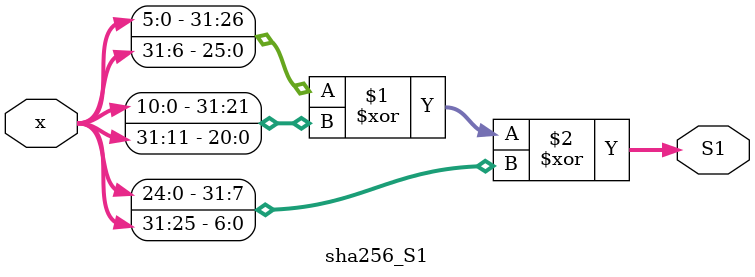
<source format=sv>
module sha256_S1 (
          input wire [31:0] x,
          output wire [31:0] S1
          );

      assign S1 = ({x[5:0], x[31:6]} ^ {x[10:0], x[31:11]} ^ {x[24:0], x[31:25]});

      endmodule
</source>
